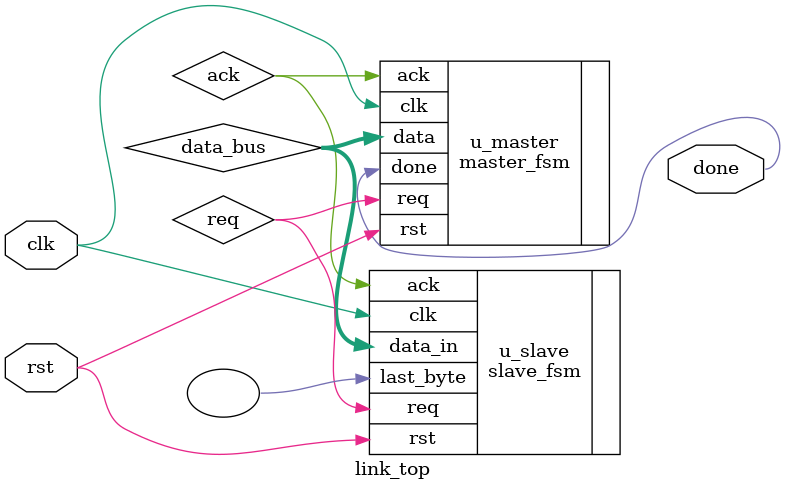
<source format=v>
module link_top(
input wire clk,
input wire rst,
output wire done
);
wire req, ack;
wire [7:0] data_bus;
master_fsm u_master(.clk(clk), .rst(rst), .ack(ack), .req(req), .data(data_bus), .done(done));
slave_fsm  u_slave (.clk(clk), .rst(rst), .req(req), .data_in(data_bus), .ack(ack), .last_byte());
endmodule
</source>
